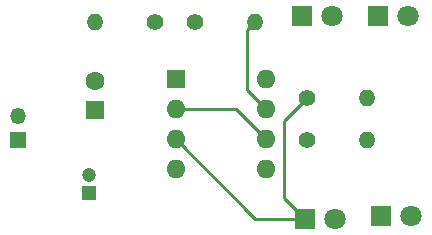
<source format=gbr>
%TF.GenerationSoftware,KiCad,Pcbnew,8.0.5*%
%TF.CreationDate,2024-12-19T14:28:49+03:00*%
%TF.ProjectId,555_Police_Light,3535355f-506f-46c6-9963-655f4c696768,v01*%
%TF.SameCoordinates,Original*%
%TF.FileFunction,Copper,L2,Bot*%
%TF.FilePolarity,Positive*%
%FSLAX46Y46*%
G04 Gerber Fmt 4.6, Leading zero omitted, Abs format (unit mm)*
G04 Created by KiCad (PCBNEW 8.0.5) date 2024-12-19 14:28:49*
%MOMM*%
%LPD*%
G01*
G04 APERTURE LIST*
%TA.AperFunction,ComponentPad*%
%ADD10C,1.400000*%
%TD*%
%TA.AperFunction,ComponentPad*%
%ADD11O,1.400000X1.400000*%
%TD*%
%TA.AperFunction,ComponentPad*%
%ADD12R,1.350000X1.350000*%
%TD*%
%TA.AperFunction,ComponentPad*%
%ADD13O,1.350000X1.350000*%
%TD*%
%TA.AperFunction,ComponentPad*%
%ADD14R,1.600000X1.600000*%
%TD*%
%TA.AperFunction,ComponentPad*%
%ADD15O,1.600000X1.600000*%
%TD*%
%TA.AperFunction,ComponentPad*%
%ADD16R,1.800000X1.800000*%
%TD*%
%TA.AperFunction,ComponentPad*%
%ADD17C,1.800000*%
%TD*%
%TA.AperFunction,ComponentPad*%
%ADD18C,1.600000*%
%TD*%
%TA.AperFunction,ComponentPad*%
%ADD19R,1.200000X1.200000*%
%TD*%
%TA.AperFunction,ComponentPad*%
%ADD20C,1.200000*%
%TD*%
%TA.AperFunction,Conductor*%
%ADD21C,0.254000*%
%TD*%
G04 APERTURE END LIST*
D10*
%TO.P,R4,1*%
%TO.N,Net-(RED1-K)*%
X136460000Y-75000000D03*
D11*
%TO.P,R4,2*%
%TO.N,Net-(BLUE1-A)*%
X141540000Y-75000000D03*
%TD*%
D10*
%TO.P,R3,1*%
%TO.N,Net-(J1-Pin_1)*%
X136460000Y-78500000D03*
D11*
%TO.P,R3,2*%
%TO.N,Net-(RED1-A)*%
X141540000Y-78500000D03*
%TD*%
D10*
%TO.P,R2,1*%
%TO.N,Net-(J1-Pin_1)*%
X126960000Y-68500000D03*
D11*
%TO.P,R2,2*%
%TO.N,Net-(U1-DIS)*%
X132040000Y-68500000D03*
%TD*%
D10*
%TO.P,R1,1*%
%TO.N,Net-(U1-DIS)*%
X123540000Y-68500000D03*
D11*
%TO.P,R1,2*%
%TO.N,Net-(U1-THR)*%
X118460000Y-68500000D03*
%TD*%
D12*
%TO.P,J1,1,Pin_1*%
%TO.N,Net-(J1-Pin_1)*%
X112000000Y-78500000D03*
D13*
%TO.P,J1,2,Pin_2*%
%TO.N,GND*%
X112000000Y-76500000D03*
%TD*%
D14*
%TO.P,U1,1,GND*%
%TO.N,GND*%
X125350000Y-73400000D03*
D15*
%TO.P,U1,2,TR*%
%TO.N,Net-(U1-THR)*%
X125350000Y-75940000D03*
%TO.P,U1,3,Q*%
%TO.N,Net-(RED1-K)*%
X125350000Y-78480000D03*
%TO.P,U1,4,R*%
%TO.N,Net-(J1-Pin_1)*%
X125350000Y-81020000D03*
%TO.P,U1,5,CV*%
%TO.N,Net-(U1-CV)*%
X132970000Y-81020000D03*
%TO.P,U1,6,THR*%
%TO.N,Net-(U1-THR)*%
X132970000Y-78480000D03*
%TO.P,U1,7,DIS*%
%TO.N,Net-(U1-DIS)*%
X132970000Y-75940000D03*
%TO.P,U1,8,VCC*%
%TO.N,Net-(J1-Pin_1)*%
X132970000Y-73400000D03*
%TD*%
D16*
%TO.P,RED2,1,K*%
%TO.N,Net-(RED1-K)*%
X142725000Y-85000000D03*
D17*
%TO.P,RED2,2,A*%
%TO.N,Net-(RED1-A)*%
X145265000Y-85000000D03*
%TD*%
D16*
%TO.P,RED1,1,K*%
%TO.N,Net-(RED1-K)*%
X136250000Y-85200000D03*
D17*
%TO.P,RED1,2,A*%
%TO.N,Net-(RED1-A)*%
X138790000Y-85200000D03*
%TD*%
D14*
%TO.P,C2,1*%
%TO.N,Net-(U1-THR)*%
X118500000Y-76000000D03*
D18*
%TO.P,C2,2*%
%TO.N,GND*%
X118500000Y-73500000D03*
%TD*%
D19*
%TO.P,C1,1*%
%TO.N,Net-(U1-CV)*%
X118000000Y-83000000D03*
D20*
%TO.P,C1,2*%
%TO.N,GND*%
X118000000Y-81500000D03*
%TD*%
D16*
%TO.P,BLUE2,1,K*%
%TO.N,GND*%
X142460000Y-68000000D03*
D17*
%TO.P,BLUE2,2,A*%
%TO.N,Net-(BLUE1-A)*%
X145000000Y-68000000D03*
%TD*%
D16*
%TO.P,BLUE1,1,K*%
%TO.N,GND*%
X136000000Y-68000000D03*
D17*
%TO.P,BLUE1,2,A*%
%TO.N,Net-(BLUE1-A)*%
X138540000Y-68000000D03*
%TD*%
D21*
%TO.N,Net-(U1-DIS)*%
X131340000Y-69200000D02*
X132040000Y-68500000D01*
X132970000Y-75940000D02*
X131340000Y-74310000D01*
X131340000Y-74310000D02*
X131340000Y-69200000D01*
%TO.N,Net-(U1-THR)*%
X130430000Y-75940000D02*
X132970000Y-78480000D01*
X125350000Y-75940000D02*
X130430000Y-75940000D01*
%TO.N,Net-(RED1-K)*%
X134500000Y-83450000D02*
X136250000Y-85200000D01*
X134500000Y-76960000D02*
X134500000Y-83450000D01*
X136460000Y-75000000D02*
X134500000Y-76960000D01*
X132070000Y-85200000D02*
X136250000Y-85200000D01*
X125350000Y-78480000D02*
X132070000Y-85200000D01*
%TD*%
M02*

</source>
